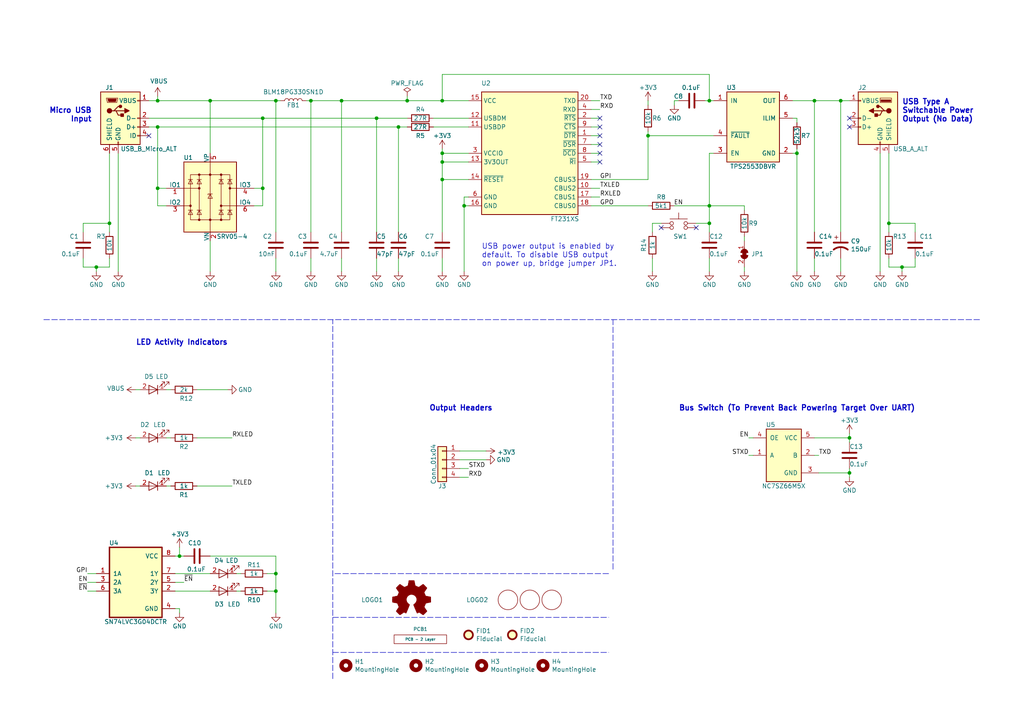
<source format=kicad_sch>
(kicad_sch (version 20211123) (generator eeschema)
  (paper "A4")
  (title_block (title "ft231x uart usb power switch") (date "2022-02-19") (rev "0.50"))
  (junction (at 45.72 36.83))
  (junction (at 80.01 29.21))
  (junction (at 118.11 29.21))
  (junction (at 109.22 34.29))
  (junction (at 76.2 54.61))
  (junction (at 76.2 34.29))
  (junction (at 134.62 59.69))
  (junction (at 257.81 64.77))
  (junction (at 128.27 44.45))
  (junction (at 52.07 161.29))
  (junction (at 115.57 36.83))
  (junction (at 231.14 44.45))
  (junction (at 80.01 166.37))
  (junction (at 187.96 39.37))
  (junction (at 90.17 29.21))
  (junction (at 80.01 171.45))
  (junction (at 205.74 59.69))
  (junction (at 243.84 29.21))
  (junction (at 45.72 29.21))
  (junction (at 205.74 29.21))
  (junction (at 45.72 54.61))
  (junction (at 246.38 127))
  (junction (at 128.27 46.99))
  (junction (at 60.96 29.21))
  (junction (at 246.38 137.16))
  (junction (at 31.75 64.77))
  (junction (at 261.62 77.47))
  (junction (at 128.27 29.21))
  (junction (at 27.94 77.47))
  (junction (at 236.22 29.21))
  (junction (at 128.27 52.07))
  (junction (at 99.06 29.21))
  (junction (at 205.74 64.77))
  (no_connect (at 201.93 66.04))
  (no_connect (at 173.99 36.83))
  (no_connect (at 173.99 34.29))
  (no_connect (at 191.77 66.04))
  (no_connect (at 246.38 34.29))
  (no_connect (at 173.99 39.37))
  (no_connect (at 173.99 41.91))
  (no_connect (at 43.18 39.37))
  (no_connect (at 173.99 46.99))
  (no_connect (at 173.99 44.45))
  (no_connect (at 246.38 36.83))
  (wire (pts (xy 73.66 59.69) (xy 76.2 59.69)))
  (wire (pts (xy 261.62 77.47) (xy 261.62 78.74)))
  (wire (pts (xy 25.4 166.37) (xy 27.94 166.37)))
  (wire (pts (xy 231.14 44.45) (xy 231.14 43.18)))
  (wire (pts (xy 128.27 46.99) (xy 128.27 52.07)))
  (wire (pts (xy 118.11 29.21) (xy 128.27 29.21)))
  (wire (pts (xy 231.14 44.45) (xy 231.14 78.74)))
  (wire (pts (xy 24.13 64.77) (xy 24.13 67.31)))
  (wire (pts (xy 135.89 52.07) (xy 128.27 52.07)))
  (wire (pts (xy 215.9 69.85) (xy 215.9 68.58)))
  (wire (pts (xy 229.87 34.29) (xy 231.14 34.29)))
  (wire (pts (xy 52.07 161.29) (xy 53.34 161.29)))
  (wire (pts (xy 50.8 161.29) (xy 52.07 161.29)))
  (wire (pts (xy 109.22 34.29) (xy 109.22 67.31)))
  (wire (pts (xy 246.38 128.27) (xy 246.38 127)))
  (wire (pts (xy 215.9 59.69) (xy 205.74 59.69)))
  (wire (pts (xy 135.89 46.99) (xy 128.27 46.99)))
  (wire (pts (xy 171.45 46.99) (xy 173.99 46.99)))
  (wire (pts (xy 191.77 64.77) (xy 189.23 64.77)))
  (wire (pts (xy 187.96 39.37) (xy 207.01 39.37)))
  (wire (pts (xy 246.38 137.16) (xy 246.38 138.43)))
  (wire (pts (xy 189.23 78.74) (xy 189.23 74.93)))
  (wire (pts (xy 135.89 44.45) (xy 128.27 44.45)))
  (wire (pts (xy 99.06 29.21) (xy 118.11 29.21)))
  (wire (pts (xy 45.72 54.61) (xy 45.72 59.69)))
  (wire (pts (xy 90.17 29.21) (xy 90.17 67.31)))
  (wire (pts (xy 171.45 31.75) (xy 173.99 31.75)))
  (wire (pts (xy 57.15 140.97) (xy 67.31 140.97)))
  (wire (pts (xy 237.49 137.16) (xy 246.38 137.16)))
  (wire (pts (xy 257.81 64.77) (xy 257.81 67.31)))
  (wire (pts (xy 80.01 78.74) (xy 80.01 74.93)))
  (wire (pts (xy 265.43 77.47) (xy 261.62 77.47)))
  (wire (pts (xy 257.81 74.93) (xy 257.81 77.47)))
  (wire (pts (xy 205.74 21.59) (xy 205.74 29.21)))
  (wire (pts (xy 133.35 130.81) (xy 140.97 130.81)))
  (wire (pts (xy 90.17 29.21) (xy 99.06 29.21)))
  (wire (pts (xy 187.96 30.48) (xy 187.96 29.21)))
  (wire (pts (xy 31.75 44.45) (xy 31.75 64.77)))
  (wire (pts (xy 134.62 57.15) (xy 135.89 57.15)))
  (wire (pts (xy 133.35 138.43) (xy 135.89 138.43)))
  (wire (pts (xy 118.11 36.83) (xy 115.57 36.83)))
  (wire (pts (xy 60.96 78.74) (xy 60.96 69.85)))
  (wire (pts (xy 246.38 127) (xy 246.38 125.73)))
  (wire (pts (xy 45.72 54.61) (xy 48.26 54.61)))
  (wire (pts (xy 90.17 78.74) (xy 90.17 74.93)))
  (wire (pts (xy 45.72 59.69) (xy 48.26 59.69)))
  (wire (pts (xy 217.17 127) (xy 218.44 127)))
  (wire (pts (xy 205.74 59.69) (xy 205.74 64.77)))
  (wire (pts (xy 236.22 78.74) (xy 236.22 74.93)))
  (wire (pts (xy 115.57 36.83) (xy 115.57 67.31)))
  (wire (pts (xy 196.85 29.21) (xy 195.58 29.21)))
  (wire (pts (xy 52.07 158.75) (xy 52.07 161.29)))
  (wire (pts (xy 115.57 78.74) (xy 115.57 74.93)))
  (wire (pts (xy 50.8 166.37) (xy 60.96 166.37)))
  (wire (pts (xy 217.17 132.08) (xy 218.44 132.08)))
  (wire (pts (xy 50.8 176.53) (xy 52.07 176.53)))
  (wire (pts (xy 40.64 140.97) (xy 39.37 140.97)))
  (wire (pts (xy 195.58 29.21) (xy 195.58 30.48)))
  (wire (pts (xy 69.85 171.45) (xy 68.58 171.45)))
  (wire (pts (xy 171.45 36.83) (xy 173.99 36.83)))
  (wire (pts (xy 205.74 29.21) (xy 204.47 29.21)))
  (wire (pts (xy 45.72 36.83) (xy 45.72 54.61)))
  (wire (pts (xy 171.45 34.29) (xy 173.99 34.29)))
  (wire (pts (xy 133.35 135.89) (xy 135.89 135.89)))
  (wire (pts (xy 189.23 64.77) (xy 189.23 67.31)))
  (wire (pts (xy 265.43 74.93) (xy 265.43 77.47)))
  (wire (pts (xy 27.94 77.47) (xy 24.13 77.47)))
  (wire (pts (xy 231.14 34.29) (xy 231.14 35.56)))
  (wire (pts (xy 118.11 27.94) (xy 118.11 29.21)))
  (wire (pts (xy 50.8 168.91) (xy 53.34 168.91)))
  (wire (pts (xy 135.89 36.83) (xy 125.73 36.83)))
  (wire (pts (xy 118.11 34.29) (xy 109.22 34.29)))
  (wire (pts (xy 171.45 44.45) (xy 173.99 44.45)))
  (wire (pts (xy 39.37 113.03) (xy 40.64 113.03)))
  (wire (pts (xy 255.27 78.74) (xy 255.27 44.45)))
  (wire (pts (xy 229.87 44.45) (xy 231.14 44.45)))
  (wire (pts (xy 236.22 29.21) (xy 243.84 29.21)))
  (wire (pts (xy 49.53 127) (xy 48.26 127)))
  (wire (pts (xy 171.45 39.37) (xy 173.99 39.37)))
  (wire (pts (xy 246.38 135.89) (xy 246.38 137.16)))
  (wire (pts (xy 34.29 44.45) (xy 34.29 78.74)))
  (wire (pts (xy 80.01 29.21) (xy 80.01 67.31)))
  (wire (pts (xy 76.2 54.61) (xy 76.2 34.29)))
  (wire (pts (xy 77.47 166.37) (xy 80.01 166.37)))
  (wire (pts (xy 40.64 127) (xy 39.37 127)))
  (wire (pts (xy 45.72 29.21) (xy 60.96 29.21)))
  (wire (pts (xy 80.01 166.37) (xy 80.01 171.45)))
  (wire (pts (xy 60.96 44.45) (xy 60.96 29.21)))
  (wire (pts (xy 201.93 64.77) (xy 205.74 64.77)))
  (wire (pts (xy 236.22 127) (xy 246.38 127)))
  (wire (pts (xy 88.9 29.21) (xy 90.17 29.21)))
  (wire (pts (xy 27.94 78.74) (xy 27.94 77.47)))
  (wire (pts (xy 243.84 29.21) (xy 246.38 29.21)))
  (wire (pts (xy 171.45 41.91) (xy 173.99 41.91)))
  (wire (pts (xy 81.28 29.21) (xy 80.01 29.21)))
  (wire (pts (xy 76.2 34.29) (xy 109.22 34.29)))
  (wire (pts (xy 99.06 78.74) (xy 99.06 74.93)))
  (wire (pts (xy 205.74 29.21) (xy 207.01 29.21)))
  (wire (pts (xy 27.94 77.47) (xy 31.75 77.47)))
  (polyline (pts (xy 177.8 165.1) (xy 177.8 92.71)))
  (wire (pts (xy 171.45 54.61) (xy 173.99 54.61)))
  (wire (pts (xy 134.62 57.15) (xy 134.62 59.69)))
  (wire (pts (xy 205.74 74.93) (xy 205.74 78.74)))
  (wire (pts (xy 128.27 52.07) (xy 128.27 67.31)))
  (wire (pts (xy 57.15 127) (xy 67.31 127)))
  (wire (pts (xy 171.45 29.21) (xy 173.99 29.21)))
  (wire (pts (xy 134.62 59.69) (xy 134.62 78.74)))
  (wire (pts (xy 25.4 168.91) (xy 27.94 168.91)))
  (wire (pts (xy 52.07 176.53) (xy 52.07 177.8)))
  (wire (pts (xy 45.72 27.94) (xy 45.72 29.21)))
  (wire (pts (xy 24.13 64.77) (xy 31.75 64.77)))
  (polyline (pts (xy 96.52 196.85) (xy 96.52 92.71)))
  (wire (pts (xy 128.27 43.18) (xy 128.27 44.45)))
  (polyline (pts (xy 96.52 179.07) (xy 176.53 179.07)))
  (wire (pts (xy 24.13 77.47) (xy 24.13 74.93)))
  (wire (pts (xy 77.47 171.45) (xy 80.01 171.45)))
  (wire (pts (xy 68.58 166.37) (xy 69.85 166.37)))
  (wire (pts (xy 236.22 132.08) (xy 237.49 132.08)))
  (wire (pts (xy 187.96 38.1) (xy 187.96 39.37)))
  (wire (pts (xy 43.18 34.29) (xy 76.2 34.29)))
  (wire (pts (xy 205.74 44.45) (xy 205.74 59.69)))
  (wire (pts (xy 73.66 54.61) (xy 76.2 54.61)))
  (wire (pts (xy 207.01 44.45) (xy 205.74 44.45)))
  (wire (pts (xy 195.58 59.69) (xy 205.74 59.69)))
  (wire (pts (xy 128.27 44.45) (xy 128.27 46.99)))
  (wire (pts (xy 109.22 78.74) (xy 109.22 74.93)))
  (wire (pts (xy 205.74 64.77) (xy 205.74 67.31)))
  (wire (pts (xy 57.15 113.03) (xy 66.04 113.03)))
  (wire (pts (xy 60.96 161.29) (xy 80.01 161.29)))
  (wire (pts (xy 243.84 67.31) (xy 243.84 29.21)))
  (wire (pts (xy 171.45 57.15) (xy 173.99 57.15)))
  (wire (pts (xy 128.27 21.59) (xy 205.74 21.59)))
  (wire (pts (xy 76.2 59.69) (xy 76.2 54.61)))
  (wire (pts (xy 187.96 52.07) (xy 187.96 39.37)))
  (wire (pts (xy 27.94 171.45) (xy 25.4 171.45)))
  (polyline (pts (xy 96.52 189.23) (xy 176.53 189.23)))
  (polyline (pts (xy 12.7 92.71) (xy 284.48 92.71)))
  (wire (pts (xy 49.53 140.97) (xy 48.26 140.97)))
  (wire (pts (xy 265.43 64.77) (xy 257.81 64.77)))
  (wire (pts (xy 171.45 52.07) (xy 187.96 52.07)))
  (wire (pts (xy 43.18 29.21) (xy 45.72 29.21)))
  (wire (pts (xy 128.27 78.74) (xy 128.27 74.93)))
  (wire (pts (xy 48.26 113.03) (xy 49.53 113.03)))
  (polyline (pts (xy 176.53 166.37) (xy 96.52 166.37)))
  (wire (pts (xy 31.75 77.47) (xy 31.75 74.93)))
  (wire (pts (xy 135.89 59.69) (xy 134.62 59.69)))
  (wire (pts (xy 243.84 78.74) (xy 243.84 74.93)))
  (wire (pts (xy 236.22 67.31) (xy 236.22 29.21)))
  (wire (pts (xy 215.9 60.96) (xy 215.9 59.69)))
  (wire (pts (xy 125.73 34.29) (xy 135.89 34.29)))
  (wire (pts (xy 229.87 29.21) (xy 236.22 29.21)))
  (wire (pts (xy 31.75 64.77) (xy 31.75 67.31)))
  (wire (pts (xy 265.43 64.77) (xy 265.43 67.31)))
  (wire (pts (xy 60.96 29.21) (xy 80.01 29.21)))
  (wire (pts (xy 215.9 78.74) (xy 215.9 77.47)))
  (wire (pts (xy 45.72 36.83) (xy 115.57 36.83)))
  (wire (pts (xy 128.27 29.21) (xy 128.27 21.59)))
  (wire (pts (xy 80.01 171.45) (xy 80.01 177.8)))
  (wire (pts (xy 43.18 36.83) (xy 45.72 36.83)))
  (wire (pts (xy 257.81 44.45) (xy 257.81 64.77)))
  (wire (pts (xy 80.01 161.29) (xy 80.01 166.37)))
  (wire (pts (xy 99.06 29.21) (xy 99.06 67.31)))
  (wire (pts (xy 171.45 59.69) (xy 187.96 59.69)))
  (wire (pts (xy 50.8 171.45) (xy 60.96 171.45)))
  (wire (pts (xy 135.89 29.21) (xy 128.27 29.21)))
  (wire (pts (xy 257.81 77.47) (xy 261.62 77.47)))
  (wire (pts (xy 133.35 133.35) (xy 140.97 133.35)))
  (text "USB power output is enabled by\ndefault. To disable USB output\non power up, bridge jumper JP1." (at 139.7 77.47 0) (effects (font (size 1.5494 1.5494)) (justify left bottom)))
  (text "Output Headers" (at 124.46 119.38 0) (effects (font (size 1.5494 1.5494) (thickness 0.3099) bold) (justify left bottom)))
  (text "Micro USB\nInput" (at 26.67 35.56 180) (effects (font (size 1.5494 1.5494) (thickness 0.3099) bold) (justify right bottom)))
  (text "Bus Switch (To Prevent Back Powering Target Over UART)" (at 196.85 119.38 0) (effects (font (size 1.5494 1.5494) (thickness 0.3099) bold) (justify left bottom)))
  (text "USB Type A \nSwitchable Power \nOutput (No Data)" (at 261.62 35.56 0) (effects (font (size 1.5494 1.5494) (thickness 0.3099) bold) (justify left bottom)))
  (text "LED Activity Indicators" (at 39.37 100.33 0) (effects (font (size 1.5494 1.5494) (thickness 0.3099) bold) (justify left bottom)))
  (label "STXD" (at 135.89 135.89 0))
  (label "EN" (at 198.12 59.69 180))
  (label "GPI" (at 173.99 52.07 0))
  (label "EN" (at 217.17 127 180))
  (label "GPI" (at 25.4 166.37 180))
  (label "~{EN}" (at 53.34 168.91 0))
  (label "TXLED" (at 173.99 54.61 0))
  (label "EN" (at 25.4 168.91 180))
  (label "RXD" (at 135.89 138.43 0))
  (label "TXD" (at 237.49 132.08 0))
  (label "RXLED" (at 67.31 127 0))
  (label "TXD" (at 173.99 29.21 0))
  (label "RXLED" (at 173.99 57.15 0))
  (label "TXLED" (at 67.31 140.97 0))
  (label "GPO" (at 173.99 59.69 0))
  (label "~{EN}" (at 25.4 171.45 180))
  (label "RXD" (at 173.99 31.75 0))
  (label "STXD" (at 217.17 132.08 180))
  (symbol (lib_id "-Chip:FT231XS") (at 153.67 44.45 0) (unit 1)
    (property "Reference" "U2" (at 140.97 24.13 0))
    (property "Value" "FT231XS" (at 163.83 63.5 0))
    (property "Footprint" "-Chip:SSOP-20_3.9x8.7mm_P0.635mm" (effects hide))
    (property "Datasheet" "https://www.ftdichip.com/Support/Documents/DataSheets/ICs/DS_FT231X.pdf" (effects hide))
    (property "Desc" "USB to UART USB 2.0 UART Interface 20-SSOP" (effects hide))
    (property "manf" "FTDI" (effects hide))
    (property "manf#" "FT231XS-R" (effects hide))
    (property "substitute" "No" (effects hide))
    (property "LCSC#" "C132160" (effects hide))
    (property "digikey#" "768-1129-2-ND" (effects hide))
    (property "element14#" "2081328" (effects hide))
    (property "mouser#" "895-FT231XS-R" (effects hide))
  )
  (symbol (lib_id "-Flag:GND") (at 134.62 78.74 0) (unit 1)
    (property "Reference" "#PWR013" (effects hide))
    (property "Value" "GND" (at 134.62 82.55 0))
  )
  (symbol (lib_id "-Passive:R") (at 121.92 34.29 270) (unit 1)
    (property "Reference" "R4" (at 121.92 31.75 90))
    (property "Value" "27R" (at 121.92 34.29 90))
    (property "Footprint" "-Passive:R_0603" (effects hide))
    (property "Datasheet" "https://www.yageo.com/upload/media/product/productsearch/datasheet/rchip/PYu-RC_Group_51_RoHS_L_11.pdf" (effects hide))
    (property "Desc" "27Ω ±1% 0.1W ±100ppm/℃ 0603 Chip Resistor - Surface Mount RoHS" (effects hide))
    (property "manf" "Yageo" (effects hide))
    (property "manf#" "RC0603FR-0727RL" (effects hide))
    (property "substitute" "Yes" (effects hide))
    (property "LCSC#" "C137753" (effects hide))
    (property "digikey#" "311-27.0HRTR-ND" (effects hide))
    (property "element14#" "9238298" (effects hide))
    (property "mouser#" "603-RC0603FR-0727RL" (effects hide))
  )
  (symbol (lib_id "-Passive:C") (at 115.57 71.12 0) (unit 1)
    (property "Reference" "C6" (at 115.57 68.58 0) (effects (justify left)))
    (property "Value" "47pF" (at 115.57 73.66 0) (effects (justify left)))
    (property "Footprint" "-Passive:C_0603" (effects hide))
    (property "Datasheet" "https://www.yageo.com/upload/media/product/productsearch/datasheet/mlcc/UPY-GP_NP0_16V-to-50V_18.pdf" (effects hide))
    (property "Desc" "47pF ±5% 50V NP0 0603 Multilayer Ceramic Capacitors MLCC - SMD/SMT RoHS" (effects hide))
    (property "manf" "Yageo" (effects hide))
    (property "manf#" "CC0603JRNPO9BN470" (effects hide))
    (property "substitute" "Yes" (effects hide))
    (property "LCSC#" "C105622" (effects hide))
    (property "digikey#" "311-1065-1-ND" (effects hide))
    (property "element14#" "722042" (effects hide))
    (property "mouser#" "603-CC603JRNPO9BN470" (effects hide))
  )
  (symbol (lib_id "-Connector:USB_B_Micro_ALT") (at 35.56 34.29 0) (unit 1)
    (property "Reference" "J1" (at 31.75 25.4 0))
    (property "Value" "USB_B_Micro_ALT" (at 43.18 43.18 0))
    (property "Footprint" "-Connector:AMPHENOL_10118194-0001LF" (effects hide))
    (property "Datasheet" "https://www.amphenol-icc.com/media/wysiwyg/files/documentation/datasheet/inputoutput/io_usb_micro.pdf" (effects hide))
    (property "Desc" "USB Connectors 5P SMD Micro USB Type B RCPT with Rear Pegs" (effects hide))
    (property "manf" "Amphenol ICC" (effects hide))
    (property "manf#" "10118194-0001LF" (effects hide))
    (property "substitute" "No" (effects hide))
    (property "LCSC#" "C132563" (effects hide))
    (property "digikey#" "609-4618-1-ND" (effects hide))
    (property "element14#" "2668482" (effects hide))
    (property "mouser#" "649-10118194-0001LF" (effects hide))
  )
  (symbol (lib_id "-Passive:R") (at 121.92 36.83 270) (unit 1)
    (property "Reference" "R5" (at 121.92 39.37 90))
    (property "Value" "27R" (at 121.92 36.83 90))
    (property "Footprint" "-Passive:R_0603" (effects hide))
    (property "Datasheet" "https://www.yageo.com/upload/media/product/productsearch/datasheet/rchip/PYu-RC_Group_51_RoHS_L_11.pdf" (effects hide))
    (property "Desc" "27Ω ±1% 0.1W ±100ppm/℃ 0603 Chip Resistor - Surface Mount RoHS" (effects hide))
    (property "manf" "Yageo" (effects hide))
    (property "manf#" "RC0603FR-0727RL" (effects hide))
    (property "substitute" "Yes" (effects hide))
    (property "LCSC#" "C137753" (effects hide))
    (property "digikey#" "311-27.0HRTR-ND" (effects hide))
    (property "element14#" "9238298" (effects hide))
    (property "mouser#" "603-RC0603FR-0727RL" (effects hide))
  )
  (symbol (lib_id "-Connector:USB_A_ALT") (at 254 34.29 0) (mirror y) (unit 1)
    (property "Reference" "J2" (at 248.92 25.4 0) (effects (justify right)))
    (property "Value" "USB_A_ALT" (at 259.08 43.18 0) (effects (justify right)))
    (property "Footprint" "-Connector:TE_292303-1" (effects hide))
    (property "Datasheet" "https://www.te.com/commerce/DocumentDelivery/DDEController?Action=srchrtrv&DocNm=292303&DocType=Customer+Drawing&DocLang=English" (effects hide))
    (property "Desc" "USB-A (USB TYPE-A) USB 2.0 Receptacle Connector 4 Position Through Hole, Right Angle" (effects hide))
    (property "manf" "TE Connectivity AMP Connectors" (effects hide))
    (property "manf#" "292303-1" (effects hide))
    (property "substitute" "No" (effects hide))
    (property "LCSC#" "C86461" (effects hide))
    (property "digikey#" "A31726-ND" (effects hide))
    (property "element14#" "1076663" (effects hide))
    (property "mouser#" "571-292303-1" (effects hide))
  )
  (symbol (lib_id "-Flag:GND") (at 34.29 78.74 0) (unit 1)
    (property "Reference" "#PWR03" (effects hide))
    (property "Value" "GND" (at 34.29 82.55 0))
  )
  (symbol (lib_id "-Flag:GND") (at 255.27 78.74 0) (unit 1)
    (property "Reference" "#PWR017" (effects hide))
    (property "Value" "GND" (at 255.27 82.55 0))
  )
  (symbol (lib_id "-Flag:GND") (at 115.57 78.74 0) (unit 1)
    (property "Reference" "#PWR010" (effects hide))
    (property "Value" "GND" (at 115.57 82.55 0))
  )
  (symbol (lib_id "-Passive:C") (at 109.22 71.12 0) (unit 1)
    (property "Reference" "C5" (at 109.22 68.58 0) (effects (justify left)))
    (property "Value" "47pF" (at 109.22 73.66 0) (effects (justify left)))
    (property "Footprint" "-Passive:C_0603" (effects hide))
    (property "Datasheet" "https://www.yageo.com/upload/media/product/productsearch/datasheet/mlcc/UPY-GP_NP0_16V-to-50V_18.pdf" (effects hide))
    (property "Desc" "47pF ±5% 50V NP0 0603 Multilayer Ceramic Capacitors MLCC - SMD/SMT RoHS" (effects hide))
    (property "manf" "Yageo" (effects hide))
    (property "manf#" "CC0603JRNPO9BN470" (effects hide))
    (property "substitute" "Yes" (effects hide))
    (property "LCSC#" "C105622" (effects hide))
    (property "digikey#" "311-1065-1-ND" (effects hide))
    (property "element14#" "722042" (effects hide))
    (property "mouser#" "603-CC603JRNPO9BN470" (effects hide))
  )
  (symbol (lib_id "-Flag:GND") (at 109.22 78.74 0) (unit 1)
    (property "Reference" "#PWR09" (effects hide))
    (property "Value" "GND" (at 109.22 82.55 0))
  )
  (symbol (lib_id "-Passive:C") (at 24.13 71.12 0) (unit 1)
    (property "Reference" "C1" (at 22.86 68.58 0) (effects (justify right)))
    (property "Value" "0.1uF" (at 17.78 73.66 0) (effects (justify left)))
    (property "Footprint" "-Passive:C_0603" (effects hide))
    (property "Datasheet" "https://www.yageo.com/upload/media/product/productsearch/datasheet/mlcc/UPY-GPHC_X7R_6.3V-to-50V_20.pdf" (effects hide))
    (property "Desc" "100nF ±10% 50V X7R 0603 Multilayer Ceramic Capacitors MLCC - SMD/SMT RoHS" (effects hide))
    (property "manf" "Yageo" (effects hide))
    (property "manf#" "CC0603KRX7R9BB104" (effects hide))
    (property "substitute" "Yes" (effects hide))
    (property "LCSC#" "C14663" (effects hide))
    (property "digikey#" "311-1344-1-ND" (effects hide))
    (property "element14#" "1362556" (effects hide))
    (property "mouser#" "603-CC603KRX7R9BB104" (effects hide))
  )
  (symbol (lib_id "-Passive:R") (at 31.75 71.12 180) (unit 1)
    (property "Reference" "R3" (at 27.94 68.58 0) (effects (justify right)))
    (property "Value" "10k" (at 31.75 71.12 90))
    (property "Footprint" "-Passive:R_0603" (effects hide))
    (property "Datasheet" "https://www.yageo.com/upload/media/product/productsearch/datasheet/rchip/PYu-RC_Group_51_RoHS_L_11.pdf" (effects hide))
    (property "Desc" "10kΩ ±5% 0.1W ±100ppm/℃ 0603 Chip Resistor - Surface Mount RoHS" (effects hide))
    (property "manf" "Yageo" (effects hide))
    (property "manf#" "RC0603JR-0710KL" (effects hide))
    (property "substitute" "Yes" (effects hide))
    (property "LCSC#" "C99198" (effects hide))
    (property "digikey#" "311-10KGRTR-ND" (effects hide))
    (property "element14#" "9233504" (effects hide))
    (property "mouser#" "603-RC0603JR-0710KL" (effects hide))
  )
  (symbol (lib_id "-Flag:GND") (at 27.94 78.74 0) (unit 1)
    (property "Reference" "#PWR01" (effects hide))
    (property "Value" "GND" (at 27.94 82.55 0))
  )
  (symbol (lib_id "-Passive:C") (at 128.27 71.12 0) (unit 1)
    (property "Reference" "C7" (at 123.19 68.58 0) (effects (justify left)))
    (property "Value" "0.1uF" (at 121.92 73.66 0) (effects (justify left)))
    (property "Footprint" "-Passive:C_0603" (effects hide))
    (property "Datasheet" "https://www.yageo.com/upload/media/product/productsearch/datasheet/mlcc/UPY-GPHC_X7R_6.3V-to-50V_20.pdf" (effects hide))
    (property "Desc" "100nF ±10% 50V X7R 0603 Multilayer Ceramic Capacitors MLCC - SMD/SMT RoHS" (effects hide))
    (property "manf" "Yageo" (effects hide))
    (property "manf#" "CC0603KRX7R9BB104" (effects hide))
    (property "substitute" "Yes" (effects hide))
    (property "LCSC#" "C14663" (effects hide))
    (property "digikey#" "311-1344-1-ND" (effects hide))
    (property "element14#" "1362556" (effects hide))
    (property "mouser#" "603-CC603KRX7R9BB104" (effects hide))
  )
  (symbol (lib_id "-Flag:GND") (at 128.27 78.74 0) (unit 1)
    (property "Reference" "#PWR012" (effects hide))
    (property "Value" "GND" (at 128.27 82.55 0))
  )
  (symbol (lib_id "-Module:PCB") (at 121.92 185.42 0) (unit 1)
    (property "Reference" "PCB1" (at 121.92 182.4736 0) (effects (font (size 1.016 1.016))))
    (property "Value" "PCB - 2 Layer" (at 121.92 185.42 0) (effects (font (size 0.762 0.762))))
    (property "Desc" "PCB, 2 Layer 1.6mm, 1.0 oz Copper, Green Soldermask, White Silkscreen, ENIG,  RoHs" (effects hide))
    (property "manf" "N/A" (effects hide))
    (property "manf#" "N/A" (effects hide))
    (property "substitute" "No" (effects hide))
  )
  (symbol (lib_id "-Passive:L") (at 85.09 29.21 90) (unit 1)
    (property "Reference" "FB1" (at 85.09 30.48 90))
    (property "Value" "BLM18PG330SN1D" (at 85.09 26.67 90))
    (property "Footprint" "-Passive:FB_0603" (effects hide))
    (property "Datasheet" "https://datasheet.lcsc.com/szlcsc/1810311127_Murata-Electronics-BLM18PG330SN1D_C88984.pdf" (effects hide))
    (property "Desc" "33 Ohms @ 100MHz 1 Power Line Ferrite Bead 0603 (1608 Metric) 3A 25mOhm" (effects hide))
    (property "manf" "Murata Electronics" (effects hide))
    (property "manf#" "BLM18PG330SN1D" (effects hide))
    (property "LCSC#" "C88984" (effects hide))
    (property "digikey#" "490-5220-1-ND" (effects hide))
    (property "element14#" "1515742" (effects hide))
    (property "mouser#" "81-BLM18PG330SN1D" (effects hide))
  )
  (symbol (lib_id "-Discrete:SRV05-4") (at 60.96 57.15 0) (unit 1)
    (property "Reference" "U1" (at 54.61 45.72 0))
    (property "Value" "SRV05-4" (at 67.31 68.58 0))
    (property "Footprint" "-Chip:SOT-23-6" (effects hide))
    (property "Datasheet" "https://datasheet.lcsc.com/szlcsc/2005211233_TECH-PUBLIC-SRV05-4_C558418.pdf" (effects hide))
    (property "Desc" "SOT-23-6 TVS RoHS" (effects hide))
    (property "manf" "TECH PUBLIC" (effects hide))
    (property "manf#" "SRV05-4" (effects hide))
    (property "substitute" "Yes" (effects hide))
    (property "LCSC#" "C558418" (effects hide))
  )
  (symbol (lib_id "-Flag:GND") (at 60.96 78.74 0) (unit 1)
    (property "Reference" "#PWR05" (effects hide))
    (property "Value" "GND" (at 60.96 82.55 0))
  )
  (symbol (lib_id "-Passive:C") (at 80.01 71.12 0) (unit 1)
    (property "Reference" "C2" (at 76.2 68.58 0) (effects (justify left)))
    (property "Value" "10nF" (at 74.93 73.66 0) (effects (justify left)))
    (property "Footprint" "-Passive:C_0603" (effects hide))
    (property "Datasheet" "https://www.yageo.com/upload/media/product/productsearch/datasheet/mlcc/UPY-GPHC_X7R_6.3V-to-50V_20.pdf" (effects hide))
    (property "Desc" "10nF ±10% 50V X7R 0603 Multilayer Ceramic Capacitors MLCC - SMD/SMT RoHS" (effects hide))
    (property "manf" "Yageo" (effects hide))
    (property "manf#" "CC0603KRX7R9BB103" (effects hide))
    (property "substitute" "Yes" (effects hide))
    (property "LCSC#" "C100042" (effects hide))
    (property "digikey#" "311-1085-2-ND" (effects hide))
    (property "element14#" "722236" (effects hide))
    (property "mouser#" "603-CC603KRX7R9BB103" (effects hide))
  )
  (symbol (lib_id "-Flag:GND") (at 90.17 78.74 0) (unit 1)
    (property "Reference" "#PWR07" (effects hide))
    (property "Value" "GND" (at 90.17 82.55 0))
  )
  (symbol (lib_id "-Passive:C") (at 90.17 71.12 0) (unit 1)
    (property "Reference" "C3" (at 86.36 68.58 0) (effects (justify left)))
    (property "Value" "0.1uF" (at 83.82 73.66 0) (effects (justify left)))
    (property "Footprint" "-Passive:C_0603" (effects hide))
    (property "Datasheet" "https://www.yageo.com/upload/media/product/productsearch/datasheet/mlcc/UPY-GPHC_X7R_6.3V-to-50V_20.pdf" (effects hide))
    (property "Des" "100nF ±10% 50V X7R 0603 Multilayer Ceramic Capacitors MLCC - SMD/SMT RoHS" (effects hide))
    (property "manf" "Yageo" (effects hide))
    (property "manf#" "CC0603KRX7R9BB104" (effects hide))
    (property "substitute" "Yes" (effects hide))
    (property "LCSC#" "C14663" (effects hide))
    (property "digikey#" "311-1344-1-ND" (effects hide))
    (property "element14#" "1362556" (effects hide))
    (property "mouser#" "603-CC603KRX7R9BB104" (effects hide))
  )
  (symbol (lib_id "-Flag:GND") (at 80.01 78.74 0) (unit 1)
    (property "Reference" "#PWR06" (effects hide))
    (property "Value" "GND" (at 80.01 82.55 0))
  )
  (symbol (lib_id "-Passive:C") (at 99.06 71.12 0) (unit 1)
    (property "Reference" "C4" (at 95.25 68.58 0) (effects (justify left)))
    (property "Value" "4.7uF" (at 92.71 73.66 0) (effects (justify left)))
    (property "Footprint" "-Passive:C_0603" (effects hide))
    (property "Datasheet" "https://www.yageo.com/upload/media/product/productsearch/datasheet/mlcc/UPY-GPHC_X5R_4V-to-50V_26.pdf" (effects hide))
    (property "Desc" "4.7uF ±10% 10V X5R 0603 Multilayer Ceramic Capacitors MLCC - SMD/SMT RoHS" (effects hide))
    (property "manf" "Yageo" (effects hide))
    (property "manf#" "CC0603KRX5R6BB475" (effects hide))
    (property "substitute" "Yes" (effects hide))
    (property "LCSC#" "C109456" (effects hide))
    (property "digikey#" "311-1455-1-ND" (effects hide))
    (property "element14#" "1458898" (effects hide))
    (property "mouser#" "603-CC603KRX5R6BB475" (effects hide))
  )
  (symbol (lib_id "-Flag:GND") (at 99.06 78.74 0) (unit 1)
    (property "Reference" "#PWR08" (effects hide))
    (property "Value" "GND" (at 99.06 82.55 0))
  )
  (symbol (lib_id "-Flag:GND") (at 189.23 78.74 0) (unit 1)
    (property "Reference" "#PWR020" (effects hide))
    (property "Value" "GND" (at 189.23 82.55 0))
  )
  (symbol (lib_id "-Passive:C") (at 205.74 71.12 0) (unit 1)
    (property "Reference" "C12" (at 205.74 68.58 0) (effects (justify left)))
    (property "Value" "0.1uF" (at 205.74 73.66 0) (effects (justify left)))
    (property "Footprint" "-Passive:C_0603" (effects hide))
    (property "Datasheet" "https://www.yageo.com/upload/media/product/productsearch/datasheet/mlcc/UPY-GPHC_X7R_6.3V-to-50V_20.pdf" (effects hide))
    (property "Desc" "100nF ±10% 50V X7R 0603 Multilayer Ceramic Capacitors MLCC - SMD/SMT RoHS" (effects hide))
    (property "manf" "Yageo" (effects hide))
    (property "manf#" "CC0603KRX7R9BB104" (effects hide))
    (property "substitute" "Yes" (effects hide))
    (property "LCSC#" "C14663" (effects hide))
    (property "digikey#" "311-1344-1-ND" (effects hide))
    (property "element14#" "1362556" (effects hide))
    (property "mouser#" "603-CC603KRX7R9BB104" (effects hide))
  )
  (symbol (lib_id "-Discrete:LED") (at 44.45 140.97 180) (unit 1)
    (property "Reference" "D1" (at 41.91 137.16 0) (effects (justify right)))
    (property "Value" "LED" (at 45.72 137.16 0) (effects (justify right)))
    (property "Footprint" "-Discrete:LED_0603_1608Metric" (effects hide))
    (property "Datasheet" "https://everlighteurope.com/index.php?controller=attachment?id_attachment=5728" (effects hide))
    (property "Desc" "Green 520~535nm 0603 Light Emitting Diodes (LED) RoHS" (effects hide))
    (property "manf" "Everlight Electronics" (effects hide))
    (property "manf#" "19-217/GHC-YR1S2/3T" (effects hide))
    (property "substitute" "Yes" (effects hide))
    (property "LCSC#" "C72043" (effects hide))
    (property "digikey#" "19-217/GHC-YR1S2/3T-ND" (effects hide))
    (property "mouser#" "638-19217GHCYR1S23T" (effects hide))
  )
  (symbol (lib_id "-Passive:R") (at 53.34 140.97 270) (unit 1)
    (property "Reference" "R1" (at 53.34 143.51 90))
    (property "Value" "1k" (at 53.34 140.97 90))
    (property "Footprint" "-Passive:R_0603" (effects hide))
    (property "Datasheet" "https://www.yageo.com/upload/media/product/productsearch/datasheet/rchip/PYu-RC_Group_51_RoHS_L_11.pdf" (effects hide))
    (property "Desc" "1kΩ ±5% 0.1W ±100ppm/℃ 0603 Chip Resistor - Surface Mount RoHS" (effects hide))
    (property "manf" "Yageo" (effects hide))
    (property "manf#" "RC0603JR-071KL" (effects hide))
    (property "substitute" "Yes" (effects hide))
    (property "LCSC#" "C14676" (effects hide))
    (property "digikey#" "311-1.0KGRTR-ND" (effects hide))
    (property "element14#" "9233385" (effects hide))
    (property "mouser#" "603-RC0603JR-071KL" (effects hide))
  )
  (symbol (lib_id "-Flag:GND") (at 205.74 78.74 0) (unit 1)
    (property "Reference" "#PWR021" (effects hide))
    (property "Value" "GND" (at 205.74 82.55 0))
  )
  (symbol (lib_id "-Flag:+3.3V") (at 39.37 140.97 90) (unit 1)
    (property "Reference" "#PWR02" (effects hide))
    (property "Value" "+3.3V" (at 33.02 140.97 90))
  )
  (symbol (lib_id "-Passive:R") (at 189.23 71.12 180) (unit 1)
    (property "Reference" "R14" (at 186.69 71.12 90))
    (property "Value" "1k" (at 189.23 71.12 90))
    (property "Footprint" "-Passive:R_0603" (effects hide))
    (property "Datasheet" "https://www.yageo.com/upload/media/product/productsearch/datasheet/rchip/PYu-RC_Group_51_RoHS_L_11.pdf" (effects hide))
    (property "Desc" "1kΩ ±5% 0.1W ±100ppm/℃ 0603 Chip Resistor - Surface Mount RoHS" (effects hide))
    (property "manf" "Yageo" (effects hide))
    (property "manf#" "RC0603JR-071KL" (effects hide))
    (property "substitute" "Yes" (effects hide))
    (property "LCSC#" "C14676" (effects hide))
    (property "digikey#" "311-1.0KGRTR-ND" (effects hide))
    (property "element14#" "9233385" (effects hide))
    (property "mouser#" "603-RC0603JR-071KL" (effects hide))
  )
  (symbol (lib_id "-Discrete:LED") (at 44.45 127 180) (unit 1)
    (property "Reference" "D2" (at 40.64 123.19 0) (effects (justify right)))
    (property "Value" "LED" (at 44.45 123.19 0) (effects (justify right)))
    (property "Footprint" "-Discrete:LED_0603_1608Metric" (effects hide))
    (property "Datasheet" "https://everlighteurope.com/index.php?controller=attachment?id_attachment=5728" (effects hide))
    (property "Desc" "Green 520~535nm 0603 Light Emitting Diodes (LED) RoHS" (effects hide))
    (property "manf" "Everlight Electronics" (effects hide))
    (property "manf#" "19-217/GHC-YR1S2/3T" (effects hide))
    (property "substitute" "Yes" (effects hide))
    (property "LCSC#" "C72043" (effects hide))
    (property "digikey#" "19-217/GHC-YR1S2/3T-ND" (effects hide))
    (property "mouser#" "638-19217GHCYR1S23T" (effects hide))
  )
  (symbol (lib_id "-Passive:R") (at 53.34 127 270) (unit 1)
    (property "Reference" "R2" (at 53.34 129.54 90))
    (property "Value" "1k" (at 53.34 127 90))
    (property "Footprint" "-Passive:R_0603" (effects hide))
    (property "Datasheet" "https://www.yageo.com/upload/media/product/productsearch/datasheet/rchip/PYu-RC_Group_51_RoHS_L_11.pdf" (effects hide))
    (property "Desc" "1kΩ ±5% 0.1W ±100ppm/℃ 0603 Chip Resistor - Surface Mount RoHS" (effects hide))
    (property "manf" "Yageo" (effects hide))
    (property "manf#" "RC0603JR-071KL" (effects hide))
    (property "substitute" "Yes" (effects hide))
    (property "LCSC#" "C14676" (effects hide))
    (property "digikey#" "311-1.0KGRTR-ND" (effects hide))
    (property "element14#" "9233385" (effects hide))
    (property "mouser#" "603-RC0603JR-071KL" (effects hide))
  )
  (symbol (lib_id "-Flag:+3.3V") (at 39.37 127 90) (unit 1)
    (property "Reference" "#PWR04" (effects hide))
    (property "Value" "+3.3V" (at 33.02 127 90))
  )
  (symbol (lib_id "-Passive:R") (at 191.77 59.69 270) (unit 1)
    (property "Reference" "R8" (at 191.77 57.15 90))
    (property "Value" "5k1" (at 191.77 59.69 90))
    (property "Footprint" "-Passive:R_0603" (effects hide))
    (property "Datasheet" "https://www.yageo.com/upload/media/product/productsearch/datasheet/rchip/PYu-RC_Group_51_RoHS_L_11.pdf" (effects hide))
    (property "Desc" "5.1kΩ ±5% 0.1W ±100ppm/℃ 0603 Chip Resistor - Surface Mount RoHS" (effects hide))
    (property "manf" "Yageo" (effects hide))
    (property "manf#" "RC0603JR-075K1L" (effects hide))
    (property "substitute" "Yes" (effects hide))
    (property "LCSC#" "C14677" (effects hide))
    (property "digikey#" "311-5.1KGRTR-ND" (effects hide))
    (property "element14#" "1799436" (effects hide))
    (property "mouser#" "603-RC0603JR-075K1L" (effects hide))
  )
  (symbol (lib_id "-Mechanical:Fiducial") (at 135.89 184.15 0) (unit 1)
    (property "Reference" "FID1" (at 138.049 182.9816 0) (effects (justify left)))
    (property "Value" "Fiducial" (at 138.049 185.293 0) (effects (justify left)))
    (property "Footprint" "-Mechanical:Fiducial_1mm_Mask2mm" (effects hide))
  )
  (symbol (lib_id "-Mechanical:Fiducial") (at 148.59 184.15 0) (unit 1)
    (property "Reference" "FID2" (at 150.749 182.9816 0) (effects (justify left)))
    (property "Value" "Fiducial" (at 150.749 185.293 0) (effects (justify left)))
    (property "Footprint" "-Mechanical:Fiducial_1mm_Mask2mm" (effects hide))
  )
  (symbol (lib_id "-Chip:SN74LVC3G04DCTR") (at 39.37 168.91 0) (unit 1)
    (property "Reference" "U4" (at 33.02 157.48 0))
    (property "Value" "SN74LVC3G04DCTR" (at 39.37 180.34 0))
    (property "Footprint" "-Chip:SSOP-8_2.95x2.8mm_P0.65mm" (effects hide))
    (property "Datasheet" "https://www.ti.com/lit/ds/symlink/sn74lvc3g04.pdf?ts=1616570625271&ref_url=https%253A%252F%252Fwww.google.com%252F" (effects hide))
    (property "Desc" "74LVC Inverter 3 3 1.65V ~ 5.5V 10uA MSOP-8 Gates and Inverters RoHS" (effects hide))
    (property "manf" "Texas Instruments" (effects hide))
    (property "manf#" "SN74LVC3G04DCTR" (effects hide))
    (property "substitute" "No" (effects hide))
    (property "LCSC#" "C139324" (effects hide))
    (property "digikey#" "296-13278-2-ND" (effects hide))
    (property "element14#" "3006639" (effects hide))
    (property "mouser#" "595-SN74LVC3G04DCTR" (effects hide))
  )
  (symbol (lib_id "-Switch:PTS810SJK250SMTRLFS") (at 196.85 64.77 0) (unit 1)
    (property "Reference" "SW1" (at 199.39 68.58 0) (effects (justify right)))
    (property "Value" "PTS810SJK250SMTRLFS" (effects hide))
    (property "Footprint" "-Switch:PTS810SJK250SMTRLFS-TACT4.2MM" (effects hide))
    (property "Datasheet" "https://www.ckswitches.com/media/1476/pts810.pdf" (effects hide))
    (property "Desc" "SPST 50mA @ 16VDC Vertical Round Button SMD Tactile Switches RoHS" (effects hide))
    (property "manf" "C&K" (effects hide))
    (property "manf#" "PTS810SJK250SMTRLFS" (effects hide))
    (property "substitute" "Yes" (effects hide))
    (property "LCSC#" "C221896" (effects hide))
    (property "digikey#" "CKN10503TR-ND" (effects hide))
    (property "element14#" "3023215" (effects hide))
    (property "mouser#" "611-PTS810SJK250SMTR" (effects hide))
  )
  (symbol (lib_id "-Logo:Logo_CC_BY_SA") (at 153.67 173.99 0) (unit 1)
    (property "Reference" "LOGO2" (at 138.43 173.99 0))
    (property "Value" "Logo_CC_BY_SA" (effects hide))
    (property "Footprint" "-Logo:cc_by_sa" (effects hide))
  )
  (symbol (lib_id "-Logo:Logo_Open_Hardware_Small") (at 119.38 173.99 0) (unit 1)
    (property "Reference" "LOGO1" (at 107.95 173.99 0))
    (property "Value" "Logo_Open_Hardware_Small" (effects hide))
    (property "Footprint" "-Logo:OSHW-Logo2_7.3x6mm_SilkScreen" (effects hide))
  )
  (symbol (lib_id "-Passive:C") (at 236.22 71.12 0) (unit 1)
    (property "Reference" "C14" (at 237.49 68.58 0) (effects (justify left)))
    (property "Value" "0.1uF" (at 236.22 73.66 0) (effects (justify left)))
    (property "Footprint" "-Passive:C_0603" (effects hide))
    (property "Datasheet" "https://www.yageo.com/upload/media/product/productsearch/datasheet/mlcc/UPY-GPHC_X7R_6.3V-to-50V_20.pdf" (effects hide))
    (property "Desc" "100nF ±10% 50V X7R 0603 Multilayer Ceramic Capacitors MLCC - SMD/SMT RoHS" (effects hide))
    (property "manf" "Yageo" (effects hide))
    (property "manf#" "CC0603KRX7R9BB104" (effects hide))
    (property "substitute" "Yes" (effects hide))
    (property "LCSC#" "C14663" (effects hide))
    (property "digikey#" "311-1344-1-ND" (effects hide))
    (property "element14#" "1362556" (effects hide))
    (property "mouser#" "603-CC603KRX7R9BB104" (effects hide))
  )
  (symbol (lib_id "-Flag:GND") (at 236.22 78.74 0) (unit 1)
    (property "Reference" "#PWR0103" (effects hide))
    (property "Value" "GND" (at 236.22 82.55 0))
  )
  (symbol (lib_id "-Chip:TPS2553DBVR") (at 218.44 36.83 0) (unit 1)
    (property "Reference" "U3" (at 212.09 25.4 0))
    (property "Value" "TPS2553DBVR" (at 218.44 48.26 0))
    (property "Footprint" "Package_SON:VSON-10-1EP_3x3mm_P0.5mm_EP1.65x2.4mm_ThermalVias" (effects hide))
    (property "Datasheet" "http://www.ti.com/lit/ds/symlink/tps2553.pdf" (effects hide))
    (property "Desc" "Power Distribution Switch, Current Limiting, High Side, Active High, 1 Output, 6.5V, 1.5A, SOT-23-6, RoHS" (effects hide))
    (property "manf" "Texas Instruments" (effects hide))
    (property "manf#" "TPS2553DBVR" (effects hide))
    (property "substitute" "No" (effects hide))
    (property "LCSC#" "C55266" (effects hide))
    (property "digikey#" "296-32464-1-ND" (effects hide))
    (property "element14#" "3008926" (effects hide))
    (property "mouser#" "595-TPS2553DBVR" (effects hide))
  )
  (symbol (lib_id "-Passive:R") (at 231.14 39.37 0) (unit 1)
    (property "Reference" "R7" (at 233.68 39.37 0))
    (property "Value" "52k3" (at 231.14 39.37 90))
    (property "Footprint" "-Passive:R_0603" (effects hide))
    (property "Datasheet" "https://www.yageo.com/upload/media/product/productsearch/datasheet/rchip/PYu-RC_Group_51_RoHS_L_11.pdf" (effects hide))
    (property "Desc" "52.3kΩ ±1% 0.1W ±100ppm/℃ 0603 Chip Resistor - Surface Mount RoHS" (effects hide))
    (property "manf" "Yageo" (effects hide))
    (property "manf#" "RC0603FR-0752K3L" (effects hide))
    (property "substitute" "Yes" (effects hide))
    (property "LCSC#" "C185323" (effects hide))
    (property "digikey#" "311-52.3KHRCT-ND" (effects hide))
    (property "mouser#" "603-RC0603FR-0752K3L" (effects hide))
  )
  (symbol (lib_id "-Passive:R") (at 187.96 34.29 0) (unit 1)
    (property "Reference" "R6" (at 190.5 34.29 0))
    (property "Value" "10k" (at 187.96 34.29 90))
    (property "Footprint" "-Passive:R_0603" (effects hide))
    (property "Datasheet" "https://www.yageo.com/upload/media/product/productsearch/datasheet/rchip/PYu-RC_Group_51_RoHS_L_11.pdf" (effects hide))
    (property "Desc" "10kΩ ±5% 0.1W ±100ppm/℃ 0603 Chip Resistor - Surface Mount RoHS" (effects hide))
    (property "manf" "Yageo" (effects hide))
    (property "manf#" "RC0603JR-0710KL" (effects hide))
    (property "substitute" "Yes" (effects hide))
    (property "LCSC#" "C99198" (effects hide))
    (property "digikey#" "311-10KGRTR-ND" (effects hide))
    (property "element14#" "9233504" (effects hide))
    (property "mouser#" "603-RC0603JR-0710KL" (effects hide))
  )
  (symbol (lib_id "-Passive:C") (at 200.66 29.21 90) (unit 1)
    (property "Reference" "C8" (at 198.12 27.94 90) (effects (justify left)))
    (property "Value" "0.1uF" (at 203.2 25.4 90) (effects (justify left)))
    (property "Footprint" "-Passive:C_0603" (effects hide))
    (property "Datasheet" "https://www.yageo.com/upload/media/product/productsearch/datasheet/mlcc/UPY-GPHC_X7R_6.3V-to-50V_20.pdf" (effects hide))
    (property "Desc" "100nF ±10% 50V X7R 0603 Multilayer Ceramic Capacitors MLCC - SMD/SMT RoHS" (effects hide))
    (property "manf" "Yageo" (effects hide))
    (property "manf#" "CC0603KRX7R9BB104" (effects hide))
    (property "substitute" "Yes" (effects hide))
    (property "LCSC#" "C14663" (effects hide))
    (property "digikey#" "311-1344-1-ND" (effects hide))
    (property "element14#" "1362556" (effects hide))
    (property "mouser#" "603-CC603KRX7R9BB104" (effects hide))
  )
  (symbol (lib_id "-Flag:GND") (at 231.14 78.74 0) (unit 1)
    (property "Reference" "#PWR0107" (effects hide))
    (property "Value" "GND" (at 231.14 82.55 0))
  )
  (symbol (lib_id "-Flag:GND") (at 140.97 133.35 90) (mirror x) (unit 1)
    (property "Reference" "#PWR0104" (effects hide))
    (property "Value" "GND" (at 146.05 133.35 90))
  )
  (symbol (lib_id "-Flag:GND") (at 195.58 30.48 0) (unit 1)
    (property "Reference" "#PWR0108" (effects hide))
    (property "Value" "GND" (at 195.58 34.29 0))
  )
  (symbol (lib_id "-Flag:GND") (at 243.84 78.74 0) (unit 1)
    (property "Reference" "#PWR0110" (effects hide))
    (property "Value" "GND" (at 243.84 82.55 0))
  )
  (symbol (lib_id "-Passive:CP") (at 243.84 71.12 0) (unit 1)
    (property "Reference" "C9" (at 246.761 69.9516 0) (effects (justify left)))
    (property "Value" "150uF" (at 246.761 72.263 0) (effects (justify left)))
    (property "Footprint" "-Discrete:EIA-3528-12_Kemet-T_DENSITY_MEDIUM" (effects hide))
    (property "Datasheet" "https://api.kemet.com/component-edge/download/datasheet/T520B157M006ATE025.pdf" (effects hide))
    (property "Desc" "150uF ±20% 6.3V 25 mΩ @ 100kHz -55℃ ~ +105℃ CASE-B_3528 Tantalum Capacitors RoHS" (effects hide))
    (property "manf" "KEMET" (effects hide))
    (property "manf#" "T520B157M006ATE025" (effects hide))
    (property "substitute" "Yes" (effects hide))
    (property "LCSC#" "C156458" (effects hide))
    (property "digikey#" "399-5753-1-ND" (effects hide))
    (property "element14#" "2491063" (effects hide))
    (property "mouser#" "80-T520B157M006ATE25" (effects hide))
  )
  (symbol (lib_id "-Connector:Conn_01x04") (at 128.27 133.35 0) (mirror y) (unit 1)
    (property "Reference" "J3" (at 128.27 140.97 0))
    (property "Value" "Conn_01x04" (at 125.73 134.62 90))
    (property "Footprint" "-Connector:PinHeader_1x04_P2.54mm_Vertical_Arduino" (effects hide))
    (property "Datasheet" "https://datasheet.lcsc.com/szlcsc/1811151421_Ckmtw-Shenzhen-Cankemeng-C124378_C124378.pdf" (effects hide))
    (property "Desc" "Pin Header 4 1 Straight，180degrees 2.54mm Through Hole,P=2.54mm Pin Header & Female Header RoHS" (effects hide))
    (property "manf" "Ckmtw(Shenzhen Cankemeng)" (effects hide))
    (property "manf#" "C124378" (effects hide))
    (property "substitute" "Yes" (effects hide))
    (property "LCSC#" "C124378" (effects hide))
    (property "digikey#" "732-5317-ND" (effects hide))
  )
  (symbol (lib_id "-Flag:+3.3V") (at 128.27 43.18 0) (unit 1)
    (property "Reference" "#PWR0101" (effects hide))
    (property "Value" "+3.3V" (at 128.27 39.37 0))
  )
  (symbol (lib_id "-Chip:NC7SZ66M5X") (at 227.33 132.08 0) (unit 1)
    (property "Reference" "U5" (at 223.52 123.19 0))
    (property "Value" "NC7SZ66M5X" (at 227.33 140.97 0))
    (property "Footprint" "-Chip:SOT-23-5" (effects hide))
    (property "Datasheet" "https://www.onsemi.com/pub/Collateral/NC7SZ66-D.pdf" (effects hide))
    (property "Desc" "Low Voltage Single SPST Normally Open Bus Switch" (effects hide))
    (property "manf" "On Semiconductor" (effects hide))
    (property "manf#" "NC7SZ66M5X" (effects hide))
    (property "substitute" "No" (effects hide))
    (property "LCSC#" "C232791" (effects hide))
    (property "digikey#" "NC7SZ66M5XCT-ND" (effects hide))
    (property "element14#" "2822594" (effects hide))
    (property "mouser#" "512-NC7SZ66M5X" (effects hide))
  )
  (symbol (lib_id "-Passive:C") (at 246.38 132.08 0) (unit 1)
    (property "Reference" "C13" (at 246.38 129.54 0) (effects (justify left)))
    (property "Value" "0.1uF" (at 246.38 134.62 0) (effects (justify left)))
    (property "Footprint" "-Passive:C_0603" (effects hide))
    (property "Datasheet" "https://www.yageo.com/upload/media/product/productsearch/datasheet/mlcc/UPY-GPHC_X7R_6.3V-to-50V_20.pdf" (effects hide))
    (property "Desc" "100nF ±10% 50V X7R 0603 Multilayer Ceramic Capacitors MLCC - SMD/SMT RoHS" (effects hide))
    (property "manf" "Yageo" (effects hide))
    (property "manf#" "CC0603KRX7R9BB104" (effects hide))
    (property "substitute" "Yes" (effects hide))
    (property "LCSC#" "C14663" (effects hide))
    (property "digikey#" "311-1344-1-ND" (effects hide))
    (property "element14#" "1362556" (effects hide))
    (property "mouser#" "603-CC603KRX7R9BB104" (effects hide))
  )
  (symbol (lib_id "-Flag:GND") (at 246.38 138.43 0) (unit 1)
    (property "Reference" "#PWR024" (effects hide))
    (property "Value" "GND" (at 246.38 142.24 0))
  )
  (symbol (lib_id "-Flag:+3.3V") (at 246.38 125.73 0) (unit 1)
    (property "Reference" "#PWR023" (effects hide))
    (property "Value" "+3.3V" (at 246.38 121.92 0))
  )
  (symbol (lib_id "-Passive:R") (at 73.66 171.45 270) (unit 1)
    (property "Reference" "R10" (at 73.66 173.99 90))
    (property "Value" "1k" (at 73.66 171.45 90))
    (property "Footprint" "-Passive:R_0603" (effects hide))
    (property "Datasheet" "https://www.yageo.com/upload/media/product/productsearch/datasheet/rchip/PYu-RC_Group_51_RoHS_L_11.pdf" (effects hide))
    (property "Desc" "1kΩ ±5% 0.1W ±100ppm/℃ 0603 Chip Resistor - Surface Mount RoHS" (effects hide))
    (property "manf" "Yageo" (effects hide))
    (property "manf#" "RC0603JR-071KL" (effects hide))
    (property "substitute" "Yes" (effects hide))
    (property "LCSC#" "C14676" (effects hide))
    (property "digikey#" "311-1.0KGRTR-ND" (effects hide))
    (property "element14#" "9233385" (effects hide))
    (property "mouser#" "603-RC0603JR-071KL" (effects hide))
  )
  (symbol (lib_id "-Discrete:LED") (at 64.77 171.45 180) (unit 1)
    (property "Reference" "D3" (at 62.23 175.26 0) (effects (justify right)))
    (property "Value" "LED" (at 66.04 175.26 0) (effects (justify right)))
    (property "Footprint" "-Discrete:LED_0603_1608Metric" (effects hide))
    (property "Datasheet" "https://everlighteurope.com/index.php?controller=attachment?id_attachment=5728" (effects hide))
    (property "Desc" "Green 520~535nm 0603 Light Emitting Diodes (LED) RoHS" (effects hide))
    (property "manf" "Everlight Electronics" (effects hide))
    (property "manf#" "19-217/GHC-YR1S2/3T" (effects hide))
    (property "substitute" "Yes" (effects hide))
    (property "LCSC#" "C72043" (effects hide))
    (property "digikey#" "19-217/GHC-YR1S2/3T-ND" (effects hide))
    (property "mouser#" "638-19217GHCYR1S23T" (effects hide))
  )
  (symbol (lib_id "-Flag:GND") (at 80.01 177.8 0) (unit 1)
    (property "Reference" "#PWR014" (effects hide))
    (property "Value" "GND" (at 80.01 181.61 0))
  )
  (symbol (lib_id "-Flag:+3.3V") (at 187.96 29.21 0) (unit 1)
    (property "Reference" "#PWR019" (effects hide))
    (property "Value" "+3.3V" (at 187.96 25.4 0))
  )
  (symbol (lib_id "-Passive:R") (at 73.66 166.37 90) (unit 1)
    (property "Reference" "R11" (at 73.66 163.83 90))
    (property "Value" "1k" (at 73.66 166.37 90))
    (property "Footprint" "-Passive:R_0603" (effects hide))
    (property "Datasheet" "https://www.yageo.com/upload/media/product/productsearch/datasheet/rchip/PYu-RC_Group_51_RoHS_L_11.pdf" (effects hide))
    (property "Desc" "1kΩ ±5% 0.1W ±100ppm/℃ 0603 Chip Resistor - Surface Mount RoHS" (effects hide))
    (property "manf" "Yageo" (effects hide))
    (property "manf#" "RC0603JR-071KL" (effects hide))
    (property "substitute" "Yes" (effects hide))
    (property "LCSC#" "C14676" (effects hide))
    (property "digikey#" "311-1.0KGRTR-ND" (effects hide))
    (property "element14#" "9233385" (effects hide))
    (property "mouser#" "603-RC0603JR-071KL" (effects hide))
  )
  (symbol (lib_id "-Discrete:LED") (at 64.77 166.37 180) (unit 1)
    (property "Reference" "D4" (at 63.5 162.56 0))
    (property "Value" "LED" (at 67.31 162.56 0))
    (property "Footprint" "-Discrete:LED_0603_1608Metric" (effects hide))
    (property "Datasheet" "https://everlighteurope.com/index.php?controller=attachment?id_attachment=5728" (effects hide))
    (property "Desc" "Green 520~535nm 0603 Light Emitting Diodes (LED) RoHS" (effects hide))
    (property "manf" "Everlight Electronics" (effects hide))
    (property "manf#" "19-217/GHC-YR1S2/3T" (effects hide))
    (property "substitute" "Yes" (effects hide))
    (property "LCSC#" "C72043" (effects hide))
    (property "digikey#" "19-217/GHC-YR1S2/3T-ND" (effects hide))
    (property "mouser#" "638-19217GHCYR1S23T" (effects hide))
  )
  (symbol (lib_id "-Flag:+3.3V") (at 52.07 158.75 0) (unit 1)
    (property "Reference" "#PWR015" (effects hide))
    (property "Value" "+3.3V" (at 49.53 154.94 0) (effects (justify left)))
  )
  (symbol (lib_id "-Flag:GND") (at 52.07 177.8 0) (unit 1)
    (property "Reference" "#PWR016" (effects hide))
    (property "Value" "GND" (at 52.07 181.61 0))
  )
  (symbol (lib_id "-Passive:R") (at 215.9 64.77 180) (unit 1)
    (property "Reference" "R9" (at 218.44 64.77 0))
    (property "Value" "10k" (at 215.9 64.77 90))
    (property "Footprint" "-Passive:R_0603" (effects hide))
    (property "Datasheet" "https://www.yageo.com/upload/media/product/productsearch/datasheet/rchip/PYu-RC_Group_51_RoHS_L_11.pdf" (effects hide))
    (property "Desc" "10kΩ ±5% 0.1W ±100ppm/℃ 0603 Chip Resistor - Surface Mount RoHS" (effects hide))
    (property "manf" "Yageo" (effects hide))
    (property "manf#" "RC0603JR-0710KL" (effects hide))
    (property "substitute" "Yes" (effects hide))
    (property "LCSC#" "C99198" (effects hide))
    (property "digikey#" "311-10KGRTR-ND" (effects hide))
    (property "element14#" "9233504" (effects hide))
    (property "mouser#" "603-RC0603JR-0710KL" (effects hide))
  )
  (symbol (lib_id "-Jumper:SolderJumper_2_Bridged_Alt") (at 215.9 73.66 270) (unit 1)
    (property "Reference" "JP1" (at 219.71 73.66 90))
    (property "Value" "SolderJumper_2_Bridged_Alt" (effects hide))
    (property "Footprint" "-Jumper:SolderJumper-2_P1.3mm_Un-Bridged_RoundedPad1.0x1.5mm" (effects hide))
    (property "Desc" "Solder Jumper Bridged" (effects hide))
    (property "manf" "N/A" (effects hide))
    (property "manf#" "N/A" (effects hide))
    (property "substitute" "No" (effects hide))
  )
  (symbol (lib_id "-Flag:GND") (at 215.9 78.74 0) (unit 1)
    (property "Reference" "#PWR022" (effects hide))
    (property "Value" "GND" (at 215.9 82.55 0))
  )
  (symbol (lib_id "-Connector:MountingHole") (at 139.7 193.04 0) (unit 1)
    (property "Reference" "H3" (at 142.24 191.8716 0) (effects (justify left)))
    (property "Value" "MountingHole" (at 142.24 194.183 0) (effects (justify left)))
    (property "Footprint" "-Connector:MountingHole_2.6mm_annular" (effects hide))
    (property "Datasheet" "N/A" (effects hide))
    (property "Desc" "M2 mounting hole" (effects hide))
    (property "manf" "N/A" (effects hide))
    (property "manf#" "N/A" (effects hide))
    (property "substitute" "No" (effects hide))
  )
  (symbol (lib_id "-Connector:MountingHole") (at 157.48 193.04 0) (unit 1)
    (property "Reference" "H4" (at 160.02 191.8716 0) (effects (justify left)))
    (property "Value" "MountingHole" (at 160.02 194.183 0) (effects (justify left)))
    (property "Footprint" "-Connector:MountingHole_2.6mm_nocrtyd" (effects hide))
    (property "Datasheet" "N/A" (effects hide))
    (property "Desc" "M2 mounting hole" (effects hide))
    (property "manf" "N/A" (effects hide))
    (property "manf#" "N/A" (effects hide))
    (property "substitute" "No" (effects hide))
  )
  (symbol (lib_id "-Connector:MountingHole") (at 120.65 193.04 0) (unit 1)
    (property "Reference" "H2" (at 123.19 191.8716 0) (effects (justify left)))
    (property "Value" "MountingHole" (at 123.19 194.183 0) (effects (justify left)))
    (property "Footprint" "-Connector:MountingHole_2.6mm_nocrtyd" (effects hide))
    (property "Datasheet" "N/A" (effects hide))
    (property "Desc" "M2 mounting hole" (effects hide))
    (property "manf" "N/A" (effects hide))
    (property "manf#" "N/A" (effects hide))
    (property "substitute" "No" (effects hide))
  )
  (symbol (lib_id "-Connector:MountingHole") (at 100.33 193.04 0) (unit 1)
    (property "Reference" "H1" (at 102.87 191.8716 0) (effects (justify left)))
    (property "Value" "MountingHole" (at 102.87 194.183 0) (effects (justify left)))
    (property "Footprint" "-Connector:MountingHole_2.6mm_annular" (effects hide))
    (property "Datasheet" "N/A" (effects hide))
    (property "Desc" "M2 mounting hole" (effects hide))
    (property "manf" "N/A" (effects hide))
    (property "manf#" "N/A" (effects hide))
    (property "substitute" "No" (effects hide))
  )
  (symbol (lib_id "-Passive:C") (at 57.15 161.29 90) (unit 1)
    (property "Reference" "C10" (at 58.42 157.48 90) (effects (justify left)))
    (property "Value" "0.1uF" (at 59.69 165.1 90) (effects (justify left)))
    (property "Footprint" "-Passive:C_0603" (effects hide))
    (property "Datasheet" "https://www.yageo.com/upload/media/product/productsearch/datasheet/mlcc/UPY-GPHC_X7R_6.3V-to-50V_20.pdf" (effects hide))
    (property "Desc" "100nF ±10% 50V X7R 0603 Multilayer Ceramic Capacitors MLCC - SMD/SMT RoHS" (effects hide))
    (property "manf" "Yageo" (effects hide))
    (property "manf#" "CC0603KRX7R9BB104" (effects hide))
    (property "substitute" "Yes" (effects hide))
    (property "LCSC#" "C14663" (effects hide))
    (property "digikey#" "311-1344-1-ND" (effects hide))
    (property "element14#" "1362556" (effects hide))
    (property "mouser#" "603-CC603KRX7R9BB104" (effects hide))
  )
  (symbol (lib_id "-Passive:C") (at 265.43 71.12 0) (unit 1)
    (property "Reference" "C11" (at 266.7 68.58 0) (effects (justify left)))
    (property "Value" "0.1uF" (at 265.43 73.66 0) (effects (justify left)))
    (property "Footprint" "-Passive:C_0603" (effects hide))
    (property "Datasheet" "https://www.yageo.com/upload/media/product/productsearch/datasheet/mlcc/UPY-GPHC_X7R_6.3V-to-50V_20.pdf" (effects hide))
    (property "Desc" "100nF ±10% 50V X7R 0603 Multilayer Ceramic Capacitors MLCC - SMD/SMT RoHS" (effects hide))
    (property "manf" "Yageo" (effects hide))
    (property "manf#" "CC0603KRX7R9BB104" (effects hide))
    (property "substitute" "Yes" (effects hide))
    (property "LCSC#" "C14663" (effects hide))
    (property "digikey#" "311-1344-1-ND" (effects hide))
    (property "element14#" "1362556" (effects hide))
    (property "mouser#" "603-CC603KRX7R9BB104" (effects hide))
  )
  (symbol (lib_id "-Passive:R") (at 257.81 71.12 180) (unit 1)
    (property "Reference" "R13" (at 262.89 68.58 0) (effects (justify left)))
    (property "Value" "10k" (at 257.81 71.12 90))
    (property "Footprint" "-Passive:R_0603" (effects hide))
    (property "Datasheet" "https://www.yageo.com/upload/media/product/productsearch/datasheet/rchip/PYu-RC_Group_51_RoHS_L_11.pdf" (effects hide))
    (property "Desc" "10kΩ ±5% 0.1W ±100ppm/℃ 0603 Chip Resistor - Surface Mount RoHS" (effects hide))
    (property "manf" "Yageo" (effects hide))
    (property "manf#" "RC0603JR-0710KL" (effects hide))
    (property "substitute" "Yes" (effects hide))
    (property "LCSC#" "C99198" (effects hide))
    (property "digikey#" "311-10KGRTR-ND" (effects hide))
    (property "element14#" "9233504" (effects hide))
    (property "mouser#" "603-RC0603JR-0710KL" (effects hide))
  )
  (symbol (lib_id "-Flag:GND") (at 261.62 78.74 0) (unit 1)
    (property "Reference" "#PWR0114" (effects hide))
    (property "Value" "GND" (at 261.62 82.55 0))
  )
  (symbol (lib_id "-Flag:GND") (at 66.04 113.03 90) (unit 1)
    (property "Reference" "#PWR025" (effects hide))
    (property "Value" "GND" (at 71.12 113.03 90))
  )
  (symbol (lib_id "-Discrete:LED") (at 44.45 113.03 180) (unit 1)
    (property "Reference" "D5" (at 43.18 109.22 0))
    (property "Value" "LED" (at 46.99 109.22 0))
    (property "Footprint" "-Discrete:LED_0603_1608Metric" (effects hide))
    (property "Datasheet" "https://everlighteurope.com/index.php?controller=attachment?id_attachment=5728" (effects hide))
    (property "Desc" "Green 520~535nm 0603 Light Emitting Diodes (LED) RoHS" (effects hide))
    (property "manf" "Everlight Electronics" (effects hide))
    (property "manf#" "19-217/GHC-YR1S2/3T" (effects hide))
    (property "substitute" "Yes" (effects hide))
    (property "LCSC#" "C72043" (effects hide))
    (property "digikey#" "19-217/GHC-YR1S2/3T-ND" (effects hide))
    (property "mouser#" "638-19217GHCYR1S23T" (effects hide))
  )
  (symbol (lib_id "-Passive:R") (at 53.34 113.03 90) (unit 1)
    (property "Reference" "R12" (at 52.07 115.57 90) (effects (justify right)))
    (property "Value" "2k" (at 53.34 113.03 90))
    (property "Footprint" "-Passive:R_0603" (effects hide))
    (property "Datasheet" "https://www.yageo.com/upload/media/product/productsearch/datasheet/rchip/PYu-RC_Group_51_RoHS_L_11.pdf" (effects hide))
    (property "Desc" "2kΩ ±5% 0.1W ±100ppm/℃ 0603 Chip Resistor - Surface Mount RoHS" (effects hide))
    (property "manf" "Yageo" (effects hide))
    (property "manf#" "RC0603JR-072KL" (effects hide))
    (property "substitute" "Yes" (effects hide))
    (property "LCSC#" "C105581" (effects hide))
    (property "digikey#" "311-2.0KGRTR-ND" (effects hide))
    (property "element14#" "1799398" (effects hide))
    (property "mouser#" "603-RC0603JR-072KL" (effects hide))
  )
  (symbol (lib_id "-Flag:VBUS") (at 45.72 27.94 0) (unit 1)
    (property "Reference" "#PWR018" (effects hide))
    (property "Value" "VBUS" (at 46.101 23.5458 0))
  )
  (symbol (lib_id "-Flag:VBUS") (at 39.37 113.03 90) (unit 1)
    (property "Reference" "#PWR011" (effects hide))
    (property "Value" "VBUS" (at 36.1442 112.649 90) (effects (justify left)))
  )
  (symbol (lib_id "-Flag:+3.3V") (at 140.97 130.81 270) (unit 1)
    (property "Reference" "#PWR0102" (effects hide))
    (property "Value" "+3.3V" (at 144.2212 131.191 90) (effects (justify left)))
  )
  (symbol (lib_id "-Flag:PWR_FLAG") (at 118.11 27.94 0) (unit 1)
    (property "Reference" "#FLG0101" (effects hide))
    (property "Value" "PWR_FLAG" (at 118.11 24.13 0))
  )
)
</source>
